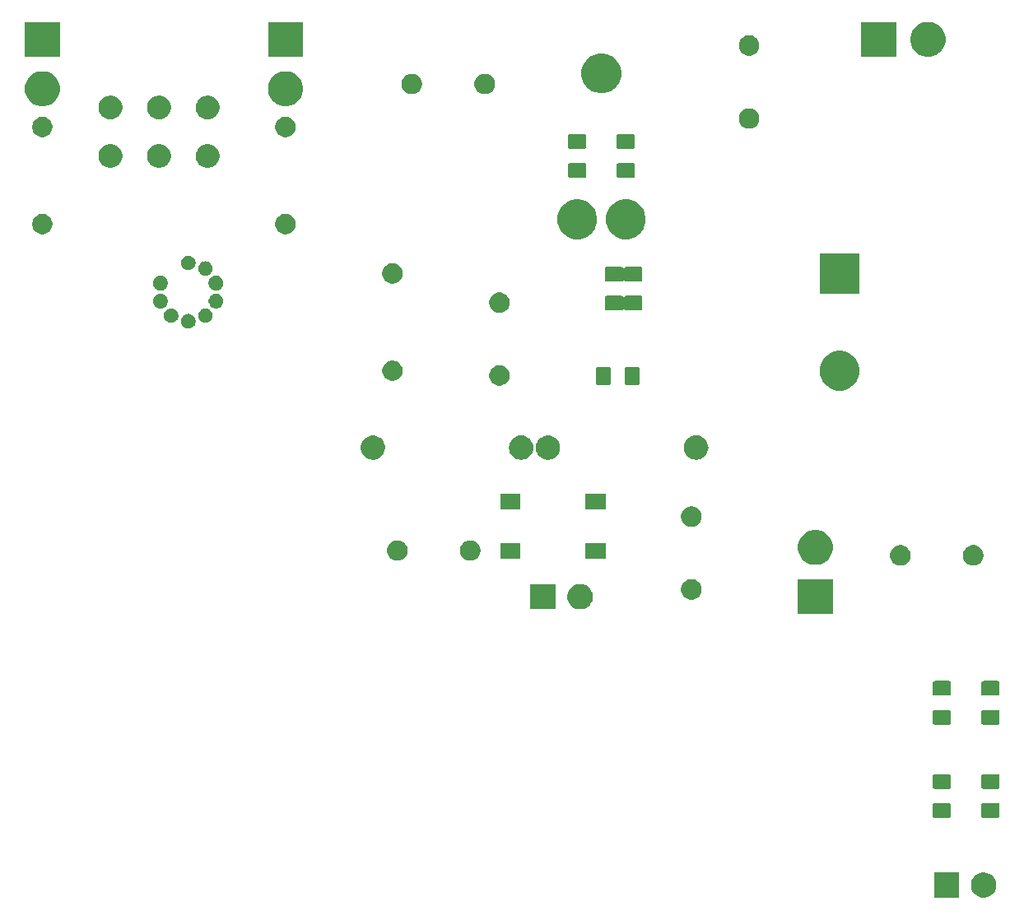
<source format=gbs>
G04 #@! TF.GenerationSoftware,KiCad,Pcbnew,5.0.2-bee76a0~70~ubuntu18.04.1*
G04 #@! TF.CreationDate,2020-01-07T12:16:07+05:00*
G04 #@! TF.ProjectId,headamp,68656164-616d-4702-9e6b-696361645f70,rev?*
G04 #@! TF.SameCoordinates,Original*
G04 #@! TF.FileFunction,Soldermask,Bot*
G04 #@! TF.FilePolarity,Negative*
%FSLAX46Y46*%
G04 Gerber Fmt 4.6, Leading zero omitted, Abs format (unit mm)*
G04 Created by KiCad (PCBNEW 5.0.2-bee76a0~70~ubuntu18.04.1) date Вт 07 янв 2020 12:16:07*
%MOMM*%
%LPD*%
G01*
G04 APERTURE LIST*
%ADD10C,0.100000*%
G04 APERTURE END LIST*
D10*
G36*
X-228810607Y150250696D02*
X-228573898Y150152648D01*
X-228360862Y150010302D01*
X-228179698Y149829138D01*
X-228037352Y149616102D01*
X-227939304Y149379393D01*
X-227889320Y149128107D01*
X-227889320Y148871893D01*
X-227939304Y148620607D01*
X-228037352Y148383898D01*
X-228179698Y148170862D01*
X-228360862Y147989698D01*
X-228573898Y147847352D01*
X-228810607Y147749304D01*
X-229061893Y147699320D01*
X-229318107Y147699320D01*
X-229569393Y147749304D01*
X-229806102Y147847352D01*
X-230019138Y147989698D01*
X-230200302Y148170862D01*
X-230342648Y148383898D01*
X-230440696Y148620607D01*
X-230490680Y148871893D01*
X-230490680Y149128107D01*
X-230440696Y149379393D01*
X-230342648Y149616102D01*
X-230200302Y149829138D01*
X-230019138Y150010302D01*
X-229806102Y150152648D01*
X-229569393Y150250696D01*
X-229318107Y150300680D01*
X-229061893Y150300680D01*
X-228810607Y150250696D01*
X-228810607Y150250696D01*
G37*
G36*
X-231699320Y147699320D02*
X-234300680Y147699320D01*
X-234300680Y150300680D01*
X-231699320Y150300680D01*
X-231699320Y147699320D01*
X-231699320Y147699320D01*
G37*
G36*
X-232711134Y157436029D02*
X-232676219Y157425437D01*
X-232644031Y157408232D01*
X-232615823Y157385083D01*
X-232592674Y157356875D01*
X-232575469Y157324687D01*
X-232564877Y157289772D01*
X-232560696Y157247315D01*
X-232560696Y156106105D01*
X-232564877Y156063648D01*
X-232575469Y156028733D01*
X-232592674Y155996545D01*
X-232615823Y155968337D01*
X-232644031Y155945188D01*
X-232676219Y155927983D01*
X-232711134Y155917391D01*
X-232753591Y155913210D01*
X-234219801Y155913210D01*
X-234262258Y155917391D01*
X-234297173Y155927983D01*
X-234329361Y155945188D01*
X-234357569Y155968337D01*
X-234380718Y155996545D01*
X-234397923Y156028733D01*
X-234408515Y156063648D01*
X-234412696Y156106105D01*
X-234412696Y157247315D01*
X-234408515Y157289772D01*
X-234397923Y157324687D01*
X-234380718Y157356875D01*
X-234357569Y157385083D01*
X-234329361Y157408232D01*
X-234297173Y157425437D01*
X-234262258Y157436029D01*
X-234219801Y157440210D01*
X-232753591Y157440210D01*
X-232711134Y157436029D01*
X-232711134Y157436029D01*
G37*
G36*
X-227711134Y157436029D02*
X-227676219Y157425437D01*
X-227644031Y157408232D01*
X-227615823Y157385083D01*
X-227592674Y157356875D01*
X-227575469Y157324687D01*
X-227564877Y157289772D01*
X-227560696Y157247315D01*
X-227560696Y156106105D01*
X-227564877Y156063648D01*
X-227575469Y156028733D01*
X-227592674Y155996545D01*
X-227615823Y155968337D01*
X-227644031Y155945188D01*
X-227676219Y155927983D01*
X-227711134Y155917391D01*
X-227753591Y155913210D01*
X-229219801Y155913210D01*
X-229262258Y155917391D01*
X-229297173Y155927983D01*
X-229329361Y155945188D01*
X-229357569Y155968337D01*
X-229380718Y155996545D01*
X-229397923Y156028733D01*
X-229408515Y156063648D01*
X-229412696Y156106105D01*
X-229412696Y157247315D01*
X-229408515Y157289772D01*
X-229397923Y157324687D01*
X-229380718Y157356875D01*
X-229357569Y157385083D01*
X-229329361Y157408232D01*
X-229297173Y157425437D01*
X-229262258Y157436029D01*
X-229219801Y157440210D01*
X-227753591Y157440210D01*
X-227711134Y157436029D01*
X-227711134Y157436029D01*
G37*
G36*
X-227711134Y160411029D02*
X-227676219Y160400437D01*
X-227644031Y160383232D01*
X-227615823Y160360083D01*
X-227592674Y160331875D01*
X-227575469Y160299687D01*
X-227564877Y160264772D01*
X-227560696Y160222315D01*
X-227560696Y159081105D01*
X-227564877Y159038648D01*
X-227575469Y159003733D01*
X-227592674Y158971545D01*
X-227615823Y158943337D01*
X-227644031Y158920188D01*
X-227676219Y158902983D01*
X-227711134Y158892391D01*
X-227753591Y158888210D01*
X-229219801Y158888210D01*
X-229262258Y158892391D01*
X-229297173Y158902983D01*
X-229329361Y158920188D01*
X-229357569Y158943337D01*
X-229380718Y158971545D01*
X-229397923Y159003733D01*
X-229408515Y159038648D01*
X-229412696Y159081105D01*
X-229412696Y160222315D01*
X-229408515Y160264772D01*
X-229397923Y160299687D01*
X-229380718Y160331875D01*
X-229357569Y160360083D01*
X-229329361Y160383232D01*
X-229297173Y160400437D01*
X-229262258Y160411029D01*
X-229219801Y160415210D01*
X-227753591Y160415210D01*
X-227711134Y160411029D01*
X-227711134Y160411029D01*
G37*
G36*
X-232711134Y160411029D02*
X-232676219Y160400437D01*
X-232644031Y160383232D01*
X-232615823Y160360083D01*
X-232592674Y160331875D01*
X-232575469Y160299687D01*
X-232564877Y160264772D01*
X-232560696Y160222315D01*
X-232560696Y159081105D01*
X-232564877Y159038648D01*
X-232575469Y159003733D01*
X-232592674Y158971545D01*
X-232615823Y158943337D01*
X-232644031Y158920188D01*
X-232676219Y158902983D01*
X-232711134Y158892391D01*
X-232753591Y158888210D01*
X-234219801Y158888210D01*
X-234262258Y158892391D01*
X-234297173Y158902983D01*
X-234329361Y158920188D01*
X-234357569Y158943337D01*
X-234380718Y158971545D01*
X-234397923Y159003733D01*
X-234408515Y159038648D01*
X-234412696Y159081105D01*
X-234412696Y160222315D01*
X-234408515Y160264772D01*
X-234397923Y160299687D01*
X-234380718Y160331875D01*
X-234357569Y160360083D01*
X-234329361Y160383232D01*
X-234297173Y160400437D01*
X-234262258Y160411029D01*
X-234219801Y160415210D01*
X-232753591Y160415210D01*
X-232711134Y160411029D01*
X-232711134Y160411029D01*
G37*
G36*
X-227711134Y167013529D02*
X-227676219Y167002937D01*
X-227644031Y166985732D01*
X-227615823Y166962583D01*
X-227592674Y166934375D01*
X-227575469Y166902187D01*
X-227564877Y166867272D01*
X-227560696Y166824815D01*
X-227560696Y165683605D01*
X-227564877Y165641148D01*
X-227575469Y165606233D01*
X-227592674Y165574045D01*
X-227615823Y165545837D01*
X-227644031Y165522688D01*
X-227676219Y165505483D01*
X-227711134Y165494891D01*
X-227753591Y165490710D01*
X-229219801Y165490710D01*
X-229262258Y165494891D01*
X-229297173Y165505483D01*
X-229329361Y165522688D01*
X-229357569Y165545837D01*
X-229380718Y165574045D01*
X-229397923Y165606233D01*
X-229408515Y165641148D01*
X-229412696Y165683605D01*
X-229412696Y166824815D01*
X-229408515Y166867272D01*
X-229397923Y166902187D01*
X-229380718Y166934375D01*
X-229357569Y166962583D01*
X-229329361Y166985732D01*
X-229297173Y167002937D01*
X-229262258Y167013529D01*
X-229219801Y167017710D01*
X-227753591Y167017710D01*
X-227711134Y167013529D01*
X-227711134Y167013529D01*
G37*
G36*
X-232711134Y167013529D02*
X-232676219Y167002937D01*
X-232644031Y166985732D01*
X-232615823Y166962583D01*
X-232592674Y166934375D01*
X-232575469Y166902187D01*
X-232564877Y166867272D01*
X-232560696Y166824815D01*
X-232560696Y165683605D01*
X-232564877Y165641148D01*
X-232575469Y165606233D01*
X-232592674Y165574045D01*
X-232615823Y165545837D01*
X-232644031Y165522688D01*
X-232676219Y165505483D01*
X-232711134Y165494891D01*
X-232753591Y165490710D01*
X-234219801Y165490710D01*
X-234262258Y165494891D01*
X-234297173Y165505483D01*
X-234329361Y165522688D01*
X-234357569Y165545837D01*
X-234380718Y165574045D01*
X-234397923Y165606233D01*
X-234408515Y165641148D01*
X-234412696Y165683605D01*
X-234412696Y166824815D01*
X-234408515Y166867272D01*
X-234397923Y166902187D01*
X-234380718Y166934375D01*
X-234357569Y166962583D01*
X-234329361Y166985732D01*
X-234297173Y167002937D01*
X-234262258Y167013529D01*
X-234219801Y167017710D01*
X-232753591Y167017710D01*
X-232711134Y167013529D01*
X-232711134Y167013529D01*
G37*
G36*
X-227711134Y169988529D02*
X-227676219Y169977937D01*
X-227644031Y169960732D01*
X-227615823Y169937583D01*
X-227592674Y169909375D01*
X-227575469Y169877187D01*
X-227564877Y169842272D01*
X-227560696Y169799815D01*
X-227560696Y168658605D01*
X-227564877Y168616148D01*
X-227575469Y168581233D01*
X-227592674Y168549045D01*
X-227615823Y168520837D01*
X-227644031Y168497688D01*
X-227676219Y168480483D01*
X-227711134Y168469891D01*
X-227753591Y168465710D01*
X-229219801Y168465710D01*
X-229262258Y168469891D01*
X-229297173Y168480483D01*
X-229329361Y168497688D01*
X-229357569Y168520837D01*
X-229380718Y168549045D01*
X-229397923Y168581233D01*
X-229408515Y168616148D01*
X-229412696Y168658605D01*
X-229412696Y169799815D01*
X-229408515Y169842272D01*
X-229397923Y169877187D01*
X-229380718Y169909375D01*
X-229357569Y169937583D01*
X-229329361Y169960732D01*
X-229297173Y169977937D01*
X-229262258Y169988529D01*
X-229219801Y169992710D01*
X-227753591Y169992710D01*
X-227711134Y169988529D01*
X-227711134Y169988529D01*
G37*
G36*
X-232711134Y169988529D02*
X-232676219Y169977937D01*
X-232644031Y169960732D01*
X-232615823Y169937583D01*
X-232592674Y169909375D01*
X-232575469Y169877187D01*
X-232564877Y169842272D01*
X-232560696Y169799815D01*
X-232560696Y168658605D01*
X-232564877Y168616148D01*
X-232575469Y168581233D01*
X-232592674Y168549045D01*
X-232615823Y168520837D01*
X-232644031Y168497688D01*
X-232676219Y168480483D01*
X-232711134Y168469891D01*
X-232753591Y168465710D01*
X-234219801Y168465710D01*
X-234262258Y168469891D01*
X-234297173Y168480483D01*
X-234329361Y168497688D01*
X-234357569Y168520837D01*
X-234380718Y168549045D01*
X-234397923Y168581233D01*
X-234408515Y168616148D01*
X-234412696Y168658605D01*
X-234412696Y169799815D01*
X-234408515Y169842272D01*
X-234397923Y169877187D01*
X-234380718Y169909375D01*
X-234357569Y169937583D01*
X-234329361Y169960732D01*
X-234297173Y169977937D01*
X-234262258Y169988529D01*
X-234219801Y169992710D01*
X-232753591Y169992710D01*
X-232711134Y169988529D01*
X-232711134Y169988529D01*
G37*
G36*
X-244698940Y176858940D02*
X-248301060Y176858940D01*
X-248301060Y180461060D01*
X-244698940Y180461060D01*
X-244698940Y176858940D01*
X-244698940Y176858940D01*
G37*
G36*
X-273199320Y177359320D02*
X-275800680Y177359320D01*
X-275800680Y179960680D01*
X-273199320Y179960680D01*
X-273199320Y177359320D01*
X-273199320Y177359320D01*
G37*
G36*
X-270310607Y179910696D02*
X-270073898Y179812648D01*
X-269860862Y179670302D01*
X-269679698Y179489138D01*
X-269537352Y179276102D01*
X-269439304Y179039393D01*
X-269389320Y178788107D01*
X-269389320Y178531893D01*
X-269439304Y178280607D01*
X-269537352Y178043898D01*
X-269679698Y177830862D01*
X-269860862Y177649698D01*
X-270073898Y177507352D01*
X-270310607Y177409304D01*
X-270561893Y177359320D01*
X-270818107Y177359320D01*
X-271069393Y177409304D01*
X-271306102Y177507352D01*
X-271519138Y177649698D01*
X-271700302Y177830862D01*
X-271842648Y178043898D01*
X-271940696Y178280607D01*
X-271990680Y178531893D01*
X-271990680Y178788107D01*
X-271940696Y179039393D01*
X-271842648Y179276102D01*
X-271700302Y179489138D01*
X-271519138Y179670302D01*
X-271306102Y179812648D01*
X-271069393Y179910696D01*
X-270818107Y179960680D01*
X-270561893Y179960680D01*
X-270310607Y179910696D01*
X-270310607Y179910696D01*
G37*
G36*
X-258943435Y180420611D02*
X-258752166Y180341385D01*
X-258580024Y180226363D01*
X-258433637Y180079976D01*
X-258318615Y179907834D01*
X-258239389Y179716565D01*
X-258199000Y179513516D01*
X-258199000Y179306484D01*
X-258239389Y179103435D01*
X-258318615Y178912166D01*
X-258433637Y178740024D01*
X-258580024Y178593637D01*
X-258752166Y178478615D01*
X-258943435Y178399389D01*
X-259146484Y178359000D01*
X-259353516Y178359000D01*
X-259556565Y178399389D01*
X-259747834Y178478615D01*
X-259919976Y178593637D01*
X-260066363Y178740024D01*
X-260181385Y178912166D01*
X-260260611Y179103435D01*
X-260301000Y179306484D01*
X-260301000Y179513516D01*
X-260260611Y179716565D01*
X-260181385Y179907834D01*
X-260066363Y180079976D01*
X-259919976Y180226363D01*
X-259747834Y180341385D01*
X-259556565Y180420611D01*
X-259353516Y180461000D01*
X-259146484Y180461000D01*
X-258943435Y180420611D01*
X-258943435Y180420611D01*
G37*
G36*
X-229943435Y183920611D02*
X-229752166Y183841385D01*
X-229580024Y183726363D01*
X-229433637Y183579976D01*
X-229318615Y183407834D01*
X-229239389Y183216565D01*
X-229199000Y183013516D01*
X-229199000Y182806484D01*
X-229239389Y182603435D01*
X-229318615Y182412166D01*
X-229433637Y182240024D01*
X-229580024Y182093637D01*
X-229752166Y181978615D01*
X-229943435Y181899389D01*
X-230146484Y181859000D01*
X-230353516Y181859000D01*
X-230556565Y181899389D01*
X-230747834Y181978615D01*
X-230919976Y182093637D01*
X-231066363Y182240024D01*
X-231181385Y182412166D01*
X-231260611Y182603435D01*
X-231301000Y182806484D01*
X-231301000Y183013516D01*
X-231260611Y183216565D01*
X-231181385Y183407834D01*
X-231066363Y183579976D01*
X-230919976Y183726363D01*
X-230747834Y183841385D01*
X-230556565Y183920611D01*
X-230353516Y183961000D01*
X-230146484Y183961000D01*
X-229943435Y183920611D01*
X-229943435Y183920611D01*
G37*
G36*
X-237443435Y183920611D02*
X-237252166Y183841385D01*
X-237080024Y183726363D01*
X-236933637Y183579976D01*
X-236818615Y183407834D01*
X-236739389Y183216565D01*
X-236699000Y183013516D01*
X-236699000Y182806484D01*
X-236739389Y182603435D01*
X-236818615Y182412166D01*
X-236933637Y182240024D01*
X-237080024Y182093637D01*
X-237252166Y181978615D01*
X-237443435Y181899389D01*
X-237646484Y181859000D01*
X-237853516Y181859000D01*
X-238056565Y181899389D01*
X-238247834Y181978615D01*
X-238419976Y182093637D01*
X-238566363Y182240024D01*
X-238681385Y182412166D01*
X-238760611Y182603435D01*
X-238801000Y182806484D01*
X-238801000Y183013516D01*
X-238760611Y183216565D01*
X-238681385Y183407834D01*
X-238566363Y183579976D01*
X-238419976Y183726363D01*
X-238247834Y183841385D01*
X-238056565Y183920611D01*
X-237853516Y183961000D01*
X-237646484Y183961000D01*
X-237443435Y183920611D01*
X-237443435Y183920611D01*
G37*
G36*
X-246273095Y185531211D02*
X-245974650Y185471847D01*
X-245646878Y185336079D01*
X-245351891Y185138975D01*
X-245101025Y184888109D01*
X-244903921Y184593122D01*
X-244768153Y184265350D01*
X-244698940Y183917389D01*
X-244698940Y183562611D01*
X-244768153Y183214650D01*
X-244903921Y182886878D01*
X-245101025Y182591891D01*
X-245351891Y182341025D01*
X-245646878Y182143921D01*
X-245974650Y182008153D01*
X-246273095Y181948789D01*
X-246322610Y181938940D01*
X-246677390Y181938940D01*
X-246726905Y181948789D01*
X-247025350Y182008153D01*
X-247353122Y182143921D01*
X-247648109Y182341025D01*
X-247898975Y182591891D01*
X-248096079Y182886878D01*
X-248231847Y183214650D01*
X-248301060Y183562611D01*
X-248301060Y183917389D01*
X-248231847Y184265350D01*
X-248096079Y184593122D01*
X-247898975Y184888109D01*
X-247648109Y185138975D01*
X-247353122Y185336079D01*
X-247025350Y185471847D01*
X-246726905Y185531211D01*
X-246677390Y185541060D01*
X-246322610Y185541060D01*
X-246273095Y185531211D01*
X-246273095Y185531211D01*
G37*
G36*
X-281693435Y184420611D02*
X-281502166Y184341385D01*
X-281330024Y184226363D01*
X-281183637Y184079976D01*
X-281068615Y183907834D01*
X-280989389Y183716565D01*
X-280949000Y183513516D01*
X-280949000Y183306484D01*
X-280989389Y183103435D01*
X-281068615Y182912166D01*
X-281183637Y182740024D01*
X-281330024Y182593637D01*
X-281502166Y182478615D01*
X-281693435Y182399389D01*
X-281896484Y182359000D01*
X-282103516Y182359000D01*
X-282306565Y182399389D01*
X-282497834Y182478615D01*
X-282669976Y182593637D01*
X-282816363Y182740024D01*
X-282931385Y182912166D01*
X-283010611Y183103435D01*
X-283051000Y183306484D01*
X-283051000Y183513516D01*
X-283010611Y183716565D01*
X-282931385Y183907834D01*
X-282816363Y184079976D01*
X-282669976Y184226363D01*
X-282497834Y184341385D01*
X-282306565Y184420611D01*
X-282103516Y184461000D01*
X-281896484Y184461000D01*
X-281693435Y184420611D01*
X-281693435Y184420611D01*
G37*
G36*
X-289193435Y184420611D02*
X-289002166Y184341385D01*
X-288830024Y184226363D01*
X-288683637Y184079976D01*
X-288568615Y183907834D01*
X-288489389Y183716565D01*
X-288449000Y183513516D01*
X-288449000Y183306484D01*
X-288489389Y183103435D01*
X-288568615Y182912166D01*
X-288683637Y182740024D01*
X-288830024Y182593637D01*
X-289002166Y182478615D01*
X-289193435Y182399389D01*
X-289396484Y182359000D01*
X-289603516Y182359000D01*
X-289806565Y182399389D01*
X-289997834Y182478615D01*
X-290169976Y182593637D01*
X-290316363Y182740024D01*
X-290431385Y182912166D01*
X-290510611Y183103435D01*
X-290551000Y183306484D01*
X-290551000Y183513516D01*
X-290510611Y183716565D01*
X-290431385Y183907834D01*
X-290316363Y184079976D01*
X-290169976Y184226363D01*
X-289997834Y184341385D01*
X-289806565Y184420611D01*
X-289603516Y184461000D01*
X-289396484Y184461000D01*
X-289193435Y184420611D01*
X-289193435Y184420611D01*
G37*
G36*
X-276819000Y182559000D02*
X-278921000Y182559000D01*
X-278921000Y184161000D01*
X-276819000Y184161000D01*
X-276819000Y182559000D01*
X-276819000Y182559000D01*
G37*
G36*
X-268079000Y182559000D02*
X-270181000Y182559000D01*
X-270181000Y184161000D01*
X-268079000Y184161000D01*
X-268079000Y182559000D01*
X-268079000Y182559000D01*
G37*
G36*
X-258943435Y187920611D02*
X-258752166Y187841385D01*
X-258580024Y187726363D01*
X-258433637Y187579976D01*
X-258318615Y187407834D01*
X-258239389Y187216565D01*
X-258199000Y187013516D01*
X-258199000Y186806484D01*
X-258239389Y186603435D01*
X-258318615Y186412166D01*
X-258433637Y186240024D01*
X-258580024Y186093637D01*
X-258752166Y185978615D01*
X-258943435Y185899389D01*
X-259146484Y185859000D01*
X-259353516Y185859000D01*
X-259556565Y185899389D01*
X-259747834Y185978615D01*
X-259919976Y186093637D01*
X-260066363Y186240024D01*
X-260181385Y186412166D01*
X-260260611Y186603435D01*
X-260301000Y186806484D01*
X-260301000Y187013516D01*
X-260260611Y187216565D01*
X-260181385Y187407834D01*
X-260066363Y187579976D01*
X-259919976Y187726363D01*
X-259747834Y187841385D01*
X-259556565Y187920611D01*
X-259353516Y187961000D01*
X-259146484Y187961000D01*
X-258943435Y187920611D01*
X-258943435Y187920611D01*
G37*
G36*
X-276819000Y187659000D02*
X-278921000Y187659000D01*
X-278921000Y189261000D01*
X-276819000Y189261000D01*
X-276819000Y187659000D01*
X-276819000Y187659000D01*
G37*
G36*
X-268079000Y187659000D02*
X-270181000Y187659000D01*
X-270181000Y189261000D01*
X-268079000Y189261000D01*
X-268079000Y187659000D01*
X-268079000Y187659000D01*
G37*
G36*
X-258514761Y195232899D02*
X-258278947Y195161366D01*
X-258061619Y195045201D01*
X-257871129Y194888871D01*
X-257714799Y194698381D01*
X-257598634Y194481053D01*
X-257527101Y194245239D01*
X-257502947Y194000000D01*
X-257527101Y193754761D01*
X-257598634Y193518947D01*
X-257714799Y193301619D01*
X-257871129Y193111129D01*
X-258061619Y192954799D01*
X-258278947Y192838634D01*
X-258514761Y192767101D01*
X-258698543Y192749000D01*
X-258821457Y192749000D01*
X-259005239Y192767101D01*
X-259241053Y192838634D01*
X-259458381Y192954799D01*
X-259648871Y193111129D01*
X-259805201Y193301619D01*
X-259921366Y193518947D01*
X-259992899Y193754761D01*
X-260017053Y194000000D01*
X-259992899Y194245239D01*
X-259921366Y194481053D01*
X-259805201Y194698381D01*
X-259648871Y194888871D01*
X-259458381Y195045201D01*
X-259241053Y195161366D01*
X-259005239Y195232899D01*
X-258821457Y195251000D01*
X-258698543Y195251000D01*
X-258514761Y195232899D01*
X-258514761Y195232899D01*
G37*
G36*
X-273816365Y195238981D02*
X-273635097Y195202925D01*
X-273407429Y195108622D01*
X-273312512Y195045200D01*
X-273202531Y194971713D01*
X-273028287Y194797469D01*
X-273028285Y194797466D01*
X-272891378Y194592571D01*
X-272797075Y194364903D01*
X-272749000Y194123213D01*
X-272749000Y193876787D01*
X-272797075Y193635097D01*
X-272891378Y193407429D01*
X-272962079Y193301618D01*
X-273028287Y193202531D01*
X-273202531Y193028287D01*
X-273202534Y193028285D01*
X-273407429Y192891378D01*
X-273635097Y192797075D01*
X-273785787Y192767101D01*
X-273876786Y192749000D01*
X-274123214Y192749000D01*
X-274214213Y192767101D01*
X-274364903Y192797075D01*
X-274592571Y192891378D01*
X-274797466Y193028285D01*
X-274797469Y193028287D01*
X-274971713Y193202531D01*
X-275037921Y193301618D01*
X-275108622Y193407429D01*
X-275202925Y193635097D01*
X-275251000Y193876787D01*
X-275251000Y194123213D01*
X-275202925Y194364903D01*
X-275108622Y194592571D01*
X-274971715Y194797466D01*
X-274971713Y194797469D01*
X-274797469Y194971713D01*
X-274687488Y195045200D01*
X-274592571Y195108622D01*
X-274364903Y195202925D01*
X-274183635Y195238981D01*
X-274123214Y195251000D01*
X-273876786Y195251000D01*
X-273816365Y195238981D01*
X-273816365Y195238981D01*
G37*
G36*
X-291816365Y195238981D02*
X-291635097Y195202925D01*
X-291407429Y195108622D01*
X-291312512Y195045200D01*
X-291202531Y194971713D01*
X-291028287Y194797469D01*
X-291028285Y194797466D01*
X-290891378Y194592571D01*
X-290797075Y194364903D01*
X-290749000Y194123213D01*
X-290749000Y193876787D01*
X-290797075Y193635097D01*
X-290891378Y193407429D01*
X-290962079Y193301618D01*
X-291028287Y193202531D01*
X-291202531Y193028287D01*
X-291202534Y193028285D01*
X-291407429Y192891378D01*
X-291635097Y192797075D01*
X-291785787Y192767101D01*
X-291876786Y192749000D01*
X-292123214Y192749000D01*
X-292214213Y192767101D01*
X-292364903Y192797075D01*
X-292592571Y192891378D01*
X-292797466Y193028285D01*
X-292797469Y193028287D01*
X-292971713Y193202531D01*
X-293037921Y193301618D01*
X-293108622Y193407429D01*
X-293202925Y193635097D01*
X-293251000Y193876787D01*
X-293251000Y194123213D01*
X-293202925Y194364903D01*
X-293108622Y194592571D01*
X-292971715Y194797466D01*
X-292971713Y194797469D01*
X-292797469Y194971713D01*
X-292687488Y195045200D01*
X-292592571Y195108622D01*
X-292364903Y195202925D01*
X-292183635Y195238981D01*
X-292123214Y195251000D01*
X-291876786Y195251000D01*
X-291816365Y195238981D01*
X-291816365Y195238981D01*
G37*
G36*
X-276514761Y195232899D02*
X-276278947Y195161366D01*
X-276061619Y195045201D01*
X-275871129Y194888871D01*
X-275714799Y194698381D01*
X-275598634Y194481053D01*
X-275527101Y194245239D01*
X-275502947Y194000000D01*
X-275527101Y193754761D01*
X-275598634Y193518947D01*
X-275714799Y193301619D01*
X-275871129Y193111129D01*
X-276061619Y192954799D01*
X-276278947Y192838634D01*
X-276514761Y192767101D01*
X-276698543Y192749000D01*
X-276821457Y192749000D01*
X-277005239Y192767101D01*
X-277241053Y192838634D01*
X-277458381Y192954799D01*
X-277648871Y193111129D01*
X-277805201Y193301619D01*
X-277921366Y193518947D01*
X-277992899Y193754761D01*
X-278017053Y194000000D01*
X-277992899Y194245239D01*
X-277921366Y194481053D01*
X-277805201Y194698381D01*
X-277648871Y194888871D01*
X-277458381Y195045201D01*
X-277241053Y195161366D01*
X-277005239Y195232899D01*
X-276821457Y195251000D01*
X-276698543Y195251000D01*
X-276514761Y195232899D01*
X-276514761Y195232899D01*
G37*
G36*
X-243401748Y203882182D02*
X-243401746Y203882181D01*
X-243401745Y203882181D01*
X-243028487Y203727573D01*
X-243028486Y203727572D01*
X-242692561Y203503114D01*
X-242406886Y203217439D01*
X-242406884Y203217436D01*
X-242182427Y202881513D01*
X-242027819Y202508255D01*
X-242027818Y202508252D01*
X-241949000Y202112007D01*
X-241949000Y201707993D01*
X-241987684Y201513514D01*
X-242027819Y201311745D01*
X-242182427Y200938487D01*
X-242235539Y200859000D01*
X-242406886Y200602561D01*
X-242692561Y200316886D01*
X-242692564Y200316884D01*
X-243028487Y200092427D01*
X-243401745Y199937819D01*
X-243401746Y199937819D01*
X-243401748Y199937818D01*
X-243797993Y199859000D01*
X-244202007Y199859000D01*
X-244598252Y199937818D01*
X-244598254Y199937819D01*
X-244598255Y199937819D01*
X-244971513Y200092427D01*
X-245307436Y200316884D01*
X-245307439Y200316886D01*
X-245593114Y200602561D01*
X-245764461Y200859000D01*
X-245817573Y200938487D01*
X-245972181Y201311745D01*
X-246012315Y201513514D01*
X-246051000Y201707993D01*
X-246051000Y202112007D01*
X-245972182Y202508252D01*
X-245972181Y202508255D01*
X-245817573Y202881513D01*
X-245593116Y203217436D01*
X-245593114Y203217439D01*
X-245307439Y203503114D01*
X-244971514Y203727572D01*
X-244971513Y203727573D01*
X-244598255Y203882181D01*
X-244598254Y203882181D01*
X-244598252Y203882182D01*
X-244202007Y203961000D01*
X-243797993Y203961000D01*
X-243401748Y203882182D01*
X-243401748Y203882182D01*
G37*
G36*
X-278693435Y202420611D02*
X-278502166Y202341385D01*
X-278330024Y202226363D01*
X-278183637Y202079976D01*
X-278068615Y201907834D01*
X-277989389Y201716565D01*
X-277949000Y201513516D01*
X-277949000Y201306484D01*
X-277989389Y201103435D01*
X-278068615Y200912166D01*
X-278183637Y200740024D01*
X-278330024Y200593637D01*
X-278502166Y200478615D01*
X-278693435Y200399389D01*
X-278896484Y200359000D01*
X-279103516Y200359000D01*
X-279306565Y200399389D01*
X-279497834Y200478615D01*
X-279669976Y200593637D01*
X-279816363Y200740024D01*
X-279931385Y200912166D01*
X-280010611Y201103435D01*
X-280051000Y201306484D01*
X-280051000Y201513516D01*
X-280010611Y201716565D01*
X-279931385Y201907834D01*
X-279816363Y202079976D01*
X-279669976Y202226363D01*
X-279497834Y202341385D01*
X-279306565Y202420611D01*
X-279103516Y202461000D01*
X-278896484Y202461000D01*
X-278693435Y202420611D01*
X-278693435Y202420611D01*
G37*
G36*
X-267694438Y202291819D02*
X-267659523Y202281227D01*
X-267627335Y202264022D01*
X-267599127Y202240873D01*
X-267575978Y202212665D01*
X-267558773Y202180477D01*
X-267548181Y202145562D01*
X-267544000Y202103105D01*
X-267544000Y200636895D01*
X-267548181Y200594438D01*
X-267558773Y200559523D01*
X-267575978Y200527335D01*
X-267599127Y200499127D01*
X-267627335Y200475978D01*
X-267659523Y200458773D01*
X-267694438Y200448181D01*
X-267736895Y200444000D01*
X-268878105Y200444000D01*
X-268920562Y200448181D01*
X-268955477Y200458773D01*
X-268987665Y200475978D01*
X-269015873Y200499127D01*
X-269039022Y200527335D01*
X-269056227Y200559523D01*
X-269066819Y200594438D01*
X-269071000Y200636895D01*
X-269071000Y202103105D01*
X-269066819Y202145562D01*
X-269056227Y202180477D01*
X-269039022Y202212665D01*
X-269015873Y202240873D01*
X-268987665Y202264022D01*
X-268955477Y202281227D01*
X-268920562Y202291819D01*
X-268878105Y202296000D01*
X-267736895Y202296000D01*
X-267694438Y202291819D01*
X-267694438Y202291819D01*
G37*
G36*
X-264719438Y202291819D02*
X-264684523Y202281227D01*
X-264652335Y202264022D01*
X-264624127Y202240873D01*
X-264600978Y202212665D01*
X-264583773Y202180477D01*
X-264573181Y202145562D01*
X-264569000Y202103105D01*
X-264569000Y200636895D01*
X-264573181Y200594438D01*
X-264583773Y200559523D01*
X-264600978Y200527335D01*
X-264624127Y200499127D01*
X-264652335Y200475978D01*
X-264684523Y200458773D01*
X-264719438Y200448181D01*
X-264761895Y200444000D01*
X-265903105Y200444000D01*
X-265945562Y200448181D01*
X-265980477Y200458773D01*
X-266012665Y200475978D01*
X-266040873Y200499127D01*
X-266064022Y200527335D01*
X-266081227Y200559523D01*
X-266091819Y200594438D01*
X-266096000Y200636895D01*
X-266096000Y202103105D01*
X-266091819Y202145562D01*
X-266081227Y202180477D01*
X-266064022Y202212665D01*
X-266040873Y202240873D01*
X-266012665Y202264022D01*
X-265980477Y202281227D01*
X-265945562Y202291819D01*
X-265903105Y202296000D01*
X-264761895Y202296000D01*
X-264719438Y202291819D01*
X-264719438Y202291819D01*
G37*
G36*
X-289693435Y202920611D02*
X-289502166Y202841385D01*
X-289330024Y202726363D01*
X-289183637Y202579976D01*
X-289068615Y202407834D01*
X-288989389Y202216565D01*
X-288949000Y202013516D01*
X-288949000Y201806484D01*
X-288989389Y201603435D01*
X-289068615Y201412166D01*
X-289183637Y201240024D01*
X-289330024Y201093637D01*
X-289502166Y200978615D01*
X-289693435Y200899389D01*
X-289896484Y200859000D01*
X-290103516Y200859000D01*
X-290306565Y200899389D01*
X-290497834Y200978615D01*
X-290669976Y201093637D01*
X-290816363Y201240024D01*
X-290931385Y201412166D01*
X-291010611Y201603435D01*
X-291051000Y201806484D01*
X-291051000Y202013516D01*
X-291010611Y202216565D01*
X-290931385Y202407834D01*
X-290816363Y202579976D01*
X-290669976Y202726363D01*
X-290497834Y202841385D01*
X-290306565Y202920611D01*
X-290103516Y202961000D01*
X-289896484Y202961000D01*
X-289693435Y202920611D01*
X-289693435Y202920611D01*
G37*
G36*
X-310867996Y207739456D02*
X-310780941Y207722140D01*
X-310644268Y207665528D01*
X-310522921Y207584446D01*
X-310521262Y207583338D01*
X-310416662Y207478738D01*
X-310416660Y207478735D01*
X-310334472Y207355732D01*
X-310277860Y207219059D01*
X-310260544Y207132004D01*
X-310253026Y207094211D01*
X-310249000Y207073967D01*
X-310249000Y206926033D01*
X-310277860Y206780941D01*
X-310334472Y206644268D01*
X-310334473Y206644267D01*
X-310416662Y206521262D01*
X-310521262Y206416662D01*
X-310521265Y206416660D01*
X-310644268Y206334472D01*
X-310780941Y206277860D01*
X-310867996Y206260544D01*
X-310926031Y206249000D01*
X-311073969Y206249000D01*
X-311132004Y206260544D01*
X-311219059Y206277860D01*
X-311355732Y206334472D01*
X-311478735Y206416660D01*
X-311478738Y206416662D01*
X-311583338Y206521262D01*
X-311665527Y206644267D01*
X-311665528Y206644268D01*
X-311722140Y206780941D01*
X-311751000Y206926033D01*
X-311751000Y207073967D01*
X-311746973Y207094211D01*
X-311739456Y207132004D01*
X-311722140Y207219059D01*
X-311665528Y207355732D01*
X-311583340Y207478735D01*
X-311583338Y207478738D01*
X-311478738Y207583338D01*
X-311477079Y207584446D01*
X-311355732Y207665528D01*
X-311219059Y207722140D01*
X-311132004Y207739456D01*
X-311073969Y207751000D01*
X-310926031Y207751000D01*
X-310867996Y207739456D01*
X-310867996Y207739456D01*
G37*
G36*
X-309117118Y208314887D02*
X-309017585Y208295089D01*
X-308880912Y208238477D01*
X-308797273Y208182591D01*
X-308757906Y208156287D01*
X-308653306Y208051687D01*
X-308653304Y208051684D01*
X-308571116Y207928681D01*
X-308514504Y207792008D01*
X-308506347Y207751000D01*
X-308485644Y207646918D01*
X-308485644Y207498980D01*
X-308489671Y207478735D01*
X-308514504Y207353890D01*
X-308571116Y207217217D01*
X-308571117Y207217216D01*
X-308653306Y207094211D01*
X-308757906Y206989611D01*
X-308757909Y206989609D01*
X-308880912Y206907421D01*
X-309017585Y206850809D01*
X-309104640Y206833493D01*
X-309162675Y206821949D01*
X-309310613Y206821949D01*
X-309368648Y206833493D01*
X-309455703Y206850809D01*
X-309592376Y206907421D01*
X-309715379Y206989609D01*
X-309715382Y206989611D01*
X-309819982Y207094211D01*
X-309902171Y207217216D01*
X-309902172Y207217217D01*
X-309958784Y207353890D01*
X-309983617Y207478735D01*
X-309987644Y207498980D01*
X-309987644Y207646918D01*
X-309966941Y207751000D01*
X-309958784Y207792008D01*
X-309902172Y207928681D01*
X-309819984Y208051684D01*
X-309819982Y208051687D01*
X-309715382Y208156287D01*
X-309676015Y208182591D01*
X-309592376Y208238477D01*
X-309455703Y208295089D01*
X-309356170Y208314887D01*
X-309310613Y208323949D01*
X-309162675Y208323949D01*
X-309117118Y208314887D01*
X-309117118Y208314887D01*
G37*
G36*
X-312643830Y208314887D02*
X-312544297Y208295089D01*
X-312407624Y208238477D01*
X-312323985Y208182591D01*
X-312284618Y208156287D01*
X-312180018Y208051687D01*
X-312180016Y208051684D01*
X-312097828Y207928681D01*
X-312041216Y207792008D01*
X-312033059Y207751000D01*
X-312012356Y207646918D01*
X-312012356Y207498980D01*
X-312016383Y207478735D01*
X-312041216Y207353890D01*
X-312097828Y207217217D01*
X-312097829Y207217216D01*
X-312180018Y207094211D01*
X-312284618Y206989611D01*
X-312284621Y206989609D01*
X-312407624Y206907421D01*
X-312544297Y206850809D01*
X-312631352Y206833493D01*
X-312689387Y206821949D01*
X-312837325Y206821949D01*
X-312895360Y206833493D01*
X-312982415Y206850809D01*
X-313119088Y206907421D01*
X-313242091Y206989609D01*
X-313242094Y206989611D01*
X-313346694Y207094211D01*
X-313428883Y207217216D01*
X-313428884Y207217217D01*
X-313485496Y207353890D01*
X-313510329Y207478735D01*
X-313514356Y207498980D01*
X-313514356Y207646918D01*
X-313493653Y207751000D01*
X-313485496Y207792008D01*
X-313428884Y207928681D01*
X-313346696Y208051684D01*
X-313346694Y208051687D01*
X-313242094Y208156287D01*
X-313202727Y208182591D01*
X-313119088Y208238477D01*
X-312982415Y208295089D01*
X-312882882Y208314887D01*
X-312837325Y208323949D01*
X-312689387Y208323949D01*
X-312643830Y208314887D01*
X-312643830Y208314887D01*
G37*
G36*
X-278693435Y209920611D02*
X-278502166Y209841385D01*
X-278330024Y209726363D01*
X-278183637Y209579976D01*
X-278068615Y209407834D01*
X-277989389Y209216565D01*
X-277949000Y209013516D01*
X-277949000Y208806484D01*
X-277989389Y208603435D01*
X-278068615Y208412166D01*
X-278183637Y208240024D01*
X-278330024Y208093637D01*
X-278502166Y207978615D01*
X-278693435Y207899389D01*
X-278896484Y207859000D01*
X-279103516Y207859000D01*
X-279306565Y207899389D01*
X-279497834Y207978615D01*
X-279669976Y208093637D01*
X-279816363Y208240024D01*
X-279931385Y208412166D01*
X-280010611Y208603435D01*
X-280051000Y208806484D01*
X-280051000Y209013516D01*
X-280010611Y209216565D01*
X-279931385Y209407834D01*
X-279816363Y209579976D01*
X-279669976Y209726363D01*
X-279497834Y209841385D01*
X-279306565Y209920611D01*
X-279103516Y209961000D01*
X-278896484Y209961000D01*
X-278693435Y209920611D01*
X-278693435Y209920611D01*
G37*
G36*
X-266429678Y209622075D02*
X-266394763Y209611483D01*
X-266362575Y209594278D01*
X-266334367Y209571129D01*
X-266305477Y209535926D01*
X-266301865Y209530521D01*
X-266284537Y209513194D01*
X-266264162Y209499581D01*
X-266241523Y209490204D01*
X-266217490Y209485424D01*
X-266192985Y209485424D01*
X-266168952Y209490205D01*
X-266146313Y209499583D01*
X-266125939Y209513197D01*
X-266108612Y209530525D01*
X-266105002Y209535928D01*
X-266076113Y209571129D01*
X-266047905Y209594278D01*
X-266015717Y209611483D01*
X-265980802Y209622075D01*
X-265938345Y209626256D01*
X-264472135Y209626256D01*
X-264429678Y209622075D01*
X-264394763Y209611483D01*
X-264362575Y209594278D01*
X-264334367Y209571129D01*
X-264311218Y209542921D01*
X-264294013Y209510733D01*
X-264283421Y209475818D01*
X-264279240Y209433361D01*
X-264279240Y208292151D01*
X-264283421Y208249694D01*
X-264294013Y208214779D01*
X-264311218Y208182591D01*
X-264334367Y208154383D01*
X-264362575Y208131234D01*
X-264394763Y208114029D01*
X-264429678Y208103437D01*
X-264472135Y208099256D01*
X-265938345Y208099256D01*
X-265980802Y208103437D01*
X-266015717Y208114029D01*
X-266047905Y208131234D01*
X-266076113Y208154383D01*
X-266105003Y208189586D01*
X-266108615Y208194991D01*
X-266125943Y208212318D01*
X-266146318Y208225931D01*
X-266168957Y208235308D01*
X-266192990Y208240088D01*
X-266217495Y208240088D01*
X-266241528Y208235307D01*
X-266264167Y208225929D01*
X-266284541Y208212315D01*
X-266301868Y208194987D01*
X-266305478Y208189584D01*
X-266334367Y208154383D01*
X-266362575Y208131234D01*
X-266394763Y208114029D01*
X-266429678Y208103437D01*
X-266472135Y208099256D01*
X-267938345Y208099256D01*
X-267980802Y208103437D01*
X-268015717Y208114029D01*
X-268047905Y208131234D01*
X-268076113Y208154383D01*
X-268099262Y208182591D01*
X-268116467Y208214779D01*
X-268127059Y208249694D01*
X-268131240Y208292151D01*
X-268131240Y209433361D01*
X-268127059Y209475818D01*
X-268116467Y209510733D01*
X-268099262Y209542921D01*
X-268076113Y209571129D01*
X-268047905Y209594278D01*
X-268015717Y209611483D01*
X-267980802Y209622075D01*
X-267938345Y209626256D01*
X-266472135Y209626256D01*
X-266429678Y209622075D01*
X-266429678Y209622075D01*
G37*
G36*
X-308014826Y209812405D02*
X-307927771Y209795089D01*
X-307791098Y209738477D01*
X-307669751Y209657395D01*
X-307668092Y209656287D01*
X-307563492Y209551687D01*
X-307563490Y209551684D01*
X-307481302Y209428681D01*
X-307424690Y209292008D01*
X-307395830Y209146916D01*
X-307395830Y208998982D01*
X-307424690Y208853890D01*
X-307481302Y208717217D01*
X-307481303Y208717216D01*
X-307563492Y208594211D01*
X-307668092Y208489611D01*
X-307668095Y208489609D01*
X-307791098Y208407421D01*
X-307927771Y208350809D01*
X-308014826Y208333493D01*
X-308072861Y208321949D01*
X-308220799Y208321949D01*
X-308278834Y208333493D01*
X-308365889Y208350809D01*
X-308502562Y208407421D01*
X-308625565Y208489609D01*
X-308625568Y208489611D01*
X-308730168Y208594211D01*
X-308812357Y208717216D01*
X-308812358Y208717217D01*
X-308868970Y208853890D01*
X-308897830Y208998982D01*
X-308897830Y209146916D01*
X-308868970Y209292008D01*
X-308812358Y209428681D01*
X-308730170Y209551684D01*
X-308730168Y209551687D01*
X-308625568Y209656287D01*
X-308623909Y209657395D01*
X-308502562Y209738477D01*
X-308365889Y209795089D01*
X-308278834Y209812405D01*
X-308220799Y209823949D01*
X-308072861Y209823949D01*
X-308014826Y209812405D01*
X-308014826Y209812405D01*
G37*
G36*
X-313721166Y209812405D02*
X-313634111Y209795089D01*
X-313497438Y209738477D01*
X-313376091Y209657395D01*
X-313374432Y209656287D01*
X-313269832Y209551687D01*
X-313269830Y209551684D01*
X-313187642Y209428681D01*
X-313131030Y209292008D01*
X-313102170Y209146916D01*
X-313102170Y208998982D01*
X-313131030Y208853890D01*
X-313187642Y208717217D01*
X-313187643Y208717216D01*
X-313269832Y208594211D01*
X-313374432Y208489611D01*
X-313374435Y208489609D01*
X-313497438Y208407421D01*
X-313634111Y208350809D01*
X-313721166Y208333493D01*
X-313779201Y208321949D01*
X-313927139Y208321949D01*
X-313985174Y208333493D01*
X-314072229Y208350809D01*
X-314208902Y208407421D01*
X-314331905Y208489609D01*
X-314331908Y208489611D01*
X-314436508Y208594211D01*
X-314518697Y208717216D01*
X-314518698Y208717217D01*
X-314575310Y208853890D01*
X-314604170Y208998982D01*
X-314604170Y209146916D01*
X-314575310Y209292008D01*
X-314518698Y209428681D01*
X-314436510Y209551684D01*
X-314436508Y209551687D01*
X-314331908Y209656287D01*
X-314330249Y209657395D01*
X-314208902Y209738477D01*
X-314072229Y209795089D01*
X-313985174Y209812405D01*
X-313927139Y209823949D01*
X-313779201Y209823949D01*
X-313721166Y209812405D01*
X-313721166Y209812405D01*
G37*
G36*
X-241949000Y209859000D02*
X-246051000Y209859000D01*
X-246051000Y213961000D01*
X-241949000Y213961000D01*
X-241949000Y209859000D01*
X-241949000Y209859000D01*
G37*
G36*
X-307923396Y211663614D02*
X-307783994Y211605872D01*
X-307658531Y211522040D01*
X-307551841Y211415350D01*
X-307468009Y211289887D01*
X-307410267Y211150485D01*
X-307380830Y211002496D01*
X-307380830Y210851606D01*
X-307410267Y210703617D01*
X-307468009Y210564215D01*
X-307551841Y210438752D01*
X-307658531Y210332062D01*
X-307783994Y210248230D01*
X-307923396Y210190488D01*
X-308071385Y210161051D01*
X-308222275Y210161051D01*
X-308370264Y210190488D01*
X-308509666Y210248230D01*
X-308635129Y210332062D01*
X-308741819Y210438752D01*
X-308825651Y210564215D01*
X-308883393Y210703617D01*
X-308912830Y210851606D01*
X-308912830Y211002496D01*
X-308883393Y211150485D01*
X-308825651Y211289887D01*
X-308741819Y211415350D01*
X-308635129Y211522040D01*
X-308509666Y211605872D01*
X-308370264Y211663614D01*
X-308222275Y211693051D01*
X-308071385Y211693051D01*
X-307923396Y211663614D01*
X-307923396Y211663614D01*
G37*
G36*
X-313721166Y211666507D02*
X-313634111Y211649191D01*
X-313497438Y211592579D01*
X-313497437Y211592578D01*
X-313374432Y211510389D01*
X-313269832Y211405789D01*
X-313269830Y211405786D01*
X-313187642Y211282783D01*
X-313131030Y211146110D01*
X-313119676Y211089029D01*
X-313102170Y211001020D01*
X-313102170Y210853082D01*
X-313102464Y210851606D01*
X-313131030Y210707992D01*
X-313187642Y210571319D01*
X-313268723Y210449972D01*
X-313269832Y210448313D01*
X-313374432Y210343713D01*
X-313374435Y210343711D01*
X-313497438Y210261523D01*
X-313634111Y210204911D01*
X-313706622Y210190488D01*
X-313779201Y210176051D01*
X-313927139Y210176051D01*
X-313999718Y210190488D01*
X-314072229Y210204911D01*
X-314208902Y210261523D01*
X-314331905Y210343711D01*
X-314331908Y210343713D01*
X-314436508Y210448313D01*
X-314437616Y210449972D01*
X-314518698Y210571319D01*
X-314575310Y210707992D01*
X-314603876Y210851606D01*
X-314604170Y210853082D01*
X-314604170Y211001020D01*
X-314586664Y211089029D01*
X-314575310Y211146110D01*
X-314518698Y211282783D01*
X-314436510Y211405786D01*
X-314436508Y211405789D01*
X-314331908Y211510389D01*
X-314208903Y211592578D01*
X-314208902Y211592579D01*
X-314072229Y211649191D01*
X-313985174Y211666507D01*
X-313927139Y211678051D01*
X-313779201Y211678051D01*
X-313721166Y211666507D01*
X-313721166Y211666507D01*
G37*
G36*
X-289693435Y212920611D02*
X-289502166Y212841385D01*
X-289330024Y212726363D01*
X-289183637Y212579976D01*
X-289068615Y212407834D01*
X-288989389Y212216565D01*
X-288949000Y212013516D01*
X-288949000Y211806484D01*
X-288989389Y211603435D01*
X-289068615Y211412166D01*
X-289183637Y211240024D01*
X-289330024Y211093637D01*
X-289502166Y210978615D01*
X-289693435Y210899389D01*
X-289896484Y210859000D01*
X-290103516Y210859000D01*
X-290306565Y210899389D01*
X-290497834Y210978615D01*
X-290669976Y211093637D01*
X-290816363Y211240024D01*
X-290931385Y211412166D01*
X-291010611Y211603435D01*
X-291051000Y211806484D01*
X-291051000Y212013516D01*
X-291010611Y212216565D01*
X-290931385Y212407834D01*
X-290816363Y212579976D01*
X-290669976Y212726363D01*
X-290497834Y212841385D01*
X-290306565Y212920611D01*
X-290103516Y212961000D01*
X-289896484Y212961000D01*
X-289693435Y212920611D01*
X-289693435Y212920611D01*
G37*
G36*
X-266429678Y212597075D02*
X-266394763Y212586483D01*
X-266362575Y212569278D01*
X-266334367Y212546129D01*
X-266305477Y212510926D01*
X-266301865Y212505521D01*
X-266284537Y212488194D01*
X-266264162Y212474581D01*
X-266241523Y212465204D01*
X-266217490Y212460424D01*
X-266192985Y212460424D01*
X-266168952Y212465205D01*
X-266146313Y212474583D01*
X-266125939Y212488197D01*
X-266108612Y212505525D01*
X-266105002Y212510928D01*
X-266076113Y212546129D01*
X-266047905Y212569278D01*
X-266015717Y212586483D01*
X-265980802Y212597075D01*
X-265938345Y212601256D01*
X-264472135Y212601256D01*
X-264429678Y212597075D01*
X-264394763Y212586483D01*
X-264362575Y212569278D01*
X-264334367Y212546129D01*
X-264311218Y212517921D01*
X-264294013Y212485733D01*
X-264283421Y212450818D01*
X-264279240Y212408361D01*
X-264279240Y211267151D01*
X-264283421Y211224694D01*
X-264294013Y211189779D01*
X-264311218Y211157591D01*
X-264334367Y211129383D01*
X-264362575Y211106234D01*
X-264394763Y211089029D01*
X-264429678Y211078437D01*
X-264472135Y211074256D01*
X-265938345Y211074256D01*
X-265980802Y211078437D01*
X-266015717Y211089029D01*
X-266047905Y211106234D01*
X-266076113Y211129383D01*
X-266105003Y211164586D01*
X-266108615Y211169991D01*
X-266125943Y211187318D01*
X-266146318Y211200931D01*
X-266168957Y211210308D01*
X-266192990Y211215088D01*
X-266217495Y211215088D01*
X-266241528Y211210307D01*
X-266264167Y211200929D01*
X-266284541Y211187315D01*
X-266301868Y211169987D01*
X-266305478Y211164584D01*
X-266334367Y211129383D01*
X-266362575Y211106234D01*
X-266394763Y211089029D01*
X-266429678Y211078437D01*
X-266472135Y211074256D01*
X-267938345Y211074256D01*
X-267980802Y211078437D01*
X-268015717Y211089029D01*
X-268047905Y211106234D01*
X-268076113Y211129383D01*
X-268099262Y211157591D01*
X-268116467Y211189779D01*
X-268127059Y211224694D01*
X-268131240Y211267151D01*
X-268131240Y212408361D01*
X-268127059Y212450818D01*
X-268116467Y212485733D01*
X-268099262Y212517921D01*
X-268076113Y212546129D01*
X-268047905Y212569278D01*
X-268015717Y212586483D01*
X-267980802Y212597075D01*
X-267938345Y212601256D01*
X-266472135Y212601256D01*
X-266429678Y212597075D01*
X-266429678Y212597075D01*
G37*
G36*
X-309104640Y213166507D02*
X-309017585Y213149191D01*
X-308880912Y213092579D01*
X-308759565Y213011497D01*
X-308757906Y213010389D01*
X-308653306Y212905789D01*
X-308653304Y212905786D01*
X-308571116Y212782783D01*
X-308514504Y212646110D01*
X-308497188Y212559055D01*
X-308486539Y212505521D01*
X-308485644Y212501018D01*
X-308485644Y212353084D01*
X-308514504Y212207992D01*
X-308571116Y212071319D01*
X-308571117Y212071318D01*
X-308653306Y211948313D01*
X-308757906Y211843713D01*
X-308757909Y211843711D01*
X-308880912Y211761523D01*
X-309017585Y211704911D01*
X-309104640Y211687595D01*
X-309162675Y211676051D01*
X-309310613Y211676051D01*
X-309368648Y211687595D01*
X-309455703Y211704911D01*
X-309592376Y211761523D01*
X-309715379Y211843711D01*
X-309715382Y211843713D01*
X-309819982Y211948313D01*
X-309902171Y212071318D01*
X-309902172Y212071319D01*
X-309958784Y212207992D01*
X-309987644Y212353084D01*
X-309987644Y212501018D01*
X-309986748Y212505521D01*
X-309976100Y212559055D01*
X-309958784Y212646110D01*
X-309902172Y212782783D01*
X-309819984Y212905786D01*
X-309819982Y212905789D01*
X-309715382Y213010389D01*
X-309713723Y213011497D01*
X-309592376Y213092579D01*
X-309455703Y213149191D01*
X-309368648Y213166507D01*
X-309310613Y213178051D01*
X-309162675Y213178051D01*
X-309104640Y213166507D01*
X-309104640Y213166507D01*
G37*
G36*
X-310867996Y213739456D02*
X-310780941Y213722140D01*
X-310644268Y213665528D01*
X-310644267Y213665527D01*
X-310521262Y213583338D01*
X-310416662Y213478738D01*
X-310416660Y213478735D01*
X-310334472Y213355732D01*
X-310277860Y213219059D01*
X-310269703Y213178051D01*
X-310249000Y213073969D01*
X-310249000Y212926031D01*
X-310253027Y212905786D01*
X-310277860Y212780941D01*
X-310334472Y212644268D01*
X-310373083Y212586483D01*
X-310416662Y212521262D01*
X-310521262Y212416662D01*
X-310521265Y212416660D01*
X-310644268Y212334472D01*
X-310780941Y212277860D01*
X-310867996Y212260544D01*
X-310926031Y212249000D01*
X-311073969Y212249000D01*
X-311132004Y212260544D01*
X-311219059Y212277860D01*
X-311355732Y212334472D01*
X-311478735Y212416660D01*
X-311478738Y212416662D01*
X-311583338Y212521262D01*
X-311626917Y212586483D01*
X-311665528Y212644268D01*
X-311722140Y212780941D01*
X-311746973Y212905786D01*
X-311751000Y212926031D01*
X-311751000Y213073969D01*
X-311730297Y213178051D01*
X-311722140Y213219059D01*
X-311665528Y213355732D01*
X-311583340Y213478735D01*
X-311583338Y213478738D01*
X-311478738Y213583338D01*
X-311355733Y213665527D01*
X-311355732Y213665528D01*
X-311219059Y213722140D01*
X-311132004Y213739456D01*
X-311073969Y213751000D01*
X-310926031Y213751000D01*
X-310867996Y213739456D01*
X-310867996Y213739456D01*
G37*
G36*
X-270401748Y219472182D02*
X-270401746Y219472181D01*
X-270401745Y219472181D01*
X-270028487Y219317573D01*
X-270028486Y219317572D01*
X-269692561Y219093114D01*
X-269406886Y218807439D01*
X-269406884Y218807436D01*
X-269182427Y218471513D01*
X-269027819Y218098255D01*
X-269027818Y218098252D01*
X-268949000Y217702007D01*
X-268949000Y217297993D01*
X-268987684Y217103514D01*
X-269027819Y216901745D01*
X-269182427Y216528487D01*
X-269182428Y216528486D01*
X-269406886Y216192561D01*
X-269692561Y215906886D01*
X-269692564Y215906884D01*
X-270028487Y215682427D01*
X-270401745Y215527819D01*
X-270401746Y215527819D01*
X-270401748Y215527818D01*
X-270797993Y215449000D01*
X-271202007Y215449000D01*
X-271598252Y215527818D01*
X-271598254Y215527819D01*
X-271598255Y215527819D01*
X-271971513Y215682427D01*
X-272307436Y215906884D01*
X-272307439Y215906886D01*
X-272593114Y216192561D01*
X-272817572Y216528486D01*
X-272817573Y216528487D01*
X-272972181Y216901745D01*
X-273012315Y217103514D01*
X-273051000Y217297993D01*
X-273051000Y217702007D01*
X-272972182Y218098252D01*
X-272972181Y218098255D01*
X-272817573Y218471513D01*
X-272593116Y218807436D01*
X-272593114Y218807439D01*
X-272307439Y219093114D01*
X-271971514Y219317572D01*
X-271971513Y219317573D01*
X-271598255Y219472181D01*
X-271598254Y219472181D01*
X-271598252Y219472182D01*
X-271202007Y219551000D01*
X-270797993Y219551000D01*
X-270401748Y219472182D01*
X-270401748Y219472182D01*
G37*
G36*
X-265401748Y219472182D02*
X-265401746Y219472181D01*
X-265401745Y219472181D01*
X-265028487Y219317573D01*
X-265028486Y219317572D01*
X-264692561Y219093114D01*
X-264406886Y218807439D01*
X-264406884Y218807436D01*
X-264182427Y218471513D01*
X-264027819Y218098255D01*
X-264027818Y218098252D01*
X-263949000Y217702007D01*
X-263949000Y217297993D01*
X-263987684Y217103514D01*
X-264027819Y216901745D01*
X-264182427Y216528487D01*
X-264182428Y216528486D01*
X-264406886Y216192561D01*
X-264692561Y215906886D01*
X-264692564Y215906884D01*
X-265028487Y215682427D01*
X-265401745Y215527819D01*
X-265401746Y215527819D01*
X-265401748Y215527818D01*
X-265797993Y215449000D01*
X-266202007Y215449000D01*
X-266598252Y215527818D01*
X-266598254Y215527819D01*
X-266598255Y215527819D01*
X-266971513Y215682427D01*
X-267307436Y215906884D01*
X-267307439Y215906886D01*
X-267593114Y216192561D01*
X-267817572Y216528486D01*
X-267817573Y216528487D01*
X-267972181Y216901745D01*
X-268012315Y217103514D01*
X-268051000Y217297993D01*
X-268051000Y217702007D01*
X-267972182Y218098252D01*
X-267972181Y218098255D01*
X-267817573Y218471513D01*
X-267593116Y218807436D01*
X-267593114Y218807439D01*
X-267307439Y219093114D01*
X-266971514Y219317572D01*
X-266971513Y219317573D01*
X-266598255Y219472181D01*
X-266598254Y219472181D01*
X-266598252Y219472182D01*
X-266202007Y219551000D01*
X-265797993Y219551000D01*
X-265401748Y219472182D01*
X-265401748Y219472182D01*
G37*
G36*
X-325693435Y218010611D02*
X-325502166Y217931385D01*
X-325330024Y217816363D01*
X-325183637Y217669976D01*
X-325068615Y217497834D01*
X-324989389Y217306565D01*
X-324949000Y217103516D01*
X-324949000Y216896484D01*
X-324989389Y216693435D01*
X-325068615Y216502166D01*
X-325183637Y216330024D01*
X-325330024Y216183637D01*
X-325502166Y216068615D01*
X-325693435Y215989389D01*
X-325896484Y215949000D01*
X-326103516Y215949000D01*
X-326306565Y215989389D01*
X-326497834Y216068615D01*
X-326669976Y216183637D01*
X-326816363Y216330024D01*
X-326931385Y216502166D01*
X-327010611Y216693435D01*
X-327051000Y216896484D01*
X-327051000Y217103516D01*
X-327010611Y217306565D01*
X-326931385Y217497834D01*
X-326816363Y217669976D01*
X-326669976Y217816363D01*
X-326497834Y217931385D01*
X-326306565Y218010611D01*
X-326103516Y218051000D01*
X-325896484Y218051000D01*
X-325693435Y218010611D01*
X-325693435Y218010611D01*
G37*
G36*
X-300693435Y218010611D02*
X-300502166Y217931385D01*
X-300330024Y217816363D01*
X-300183637Y217669976D01*
X-300068615Y217497834D01*
X-299989389Y217306565D01*
X-299949000Y217103516D01*
X-299949000Y216896484D01*
X-299989389Y216693435D01*
X-300068615Y216502166D01*
X-300183637Y216330024D01*
X-300330024Y216183637D01*
X-300502166Y216068615D01*
X-300693435Y215989389D01*
X-300896484Y215949000D01*
X-301103516Y215949000D01*
X-301306565Y215989389D01*
X-301497834Y216068615D01*
X-301669976Y216183637D01*
X-301816363Y216330024D01*
X-301931385Y216502166D01*
X-302010611Y216693435D01*
X-302051000Y216896484D01*
X-302051000Y217103516D01*
X-302010611Y217306565D01*
X-301931385Y217497834D01*
X-301816363Y217669976D01*
X-301669976Y217816363D01*
X-301497834Y217931385D01*
X-301306565Y218010611D01*
X-301103516Y218051000D01*
X-300896484Y218051000D01*
X-300693435Y218010611D01*
X-300693435Y218010611D01*
G37*
G36*
X-270224438Y223271819D02*
X-270189523Y223261227D01*
X-270157335Y223244022D01*
X-270129127Y223220873D01*
X-270105978Y223192665D01*
X-270088773Y223160477D01*
X-270078181Y223125562D01*
X-270074000Y223083105D01*
X-270074000Y221941895D01*
X-270078181Y221899438D01*
X-270088773Y221864523D01*
X-270105978Y221832335D01*
X-270129127Y221804127D01*
X-270157335Y221780978D01*
X-270189523Y221763773D01*
X-270224438Y221753181D01*
X-270266895Y221749000D01*
X-271733105Y221749000D01*
X-271775562Y221753181D01*
X-271810477Y221763773D01*
X-271842665Y221780978D01*
X-271870873Y221804127D01*
X-271894022Y221832335D01*
X-271911227Y221864523D01*
X-271921819Y221899438D01*
X-271926000Y221941895D01*
X-271926000Y223083105D01*
X-271921819Y223125562D01*
X-271911227Y223160477D01*
X-271894022Y223192665D01*
X-271870873Y223220873D01*
X-271842665Y223244022D01*
X-271810477Y223261227D01*
X-271775562Y223271819D01*
X-271733105Y223276000D01*
X-270266895Y223276000D01*
X-270224438Y223271819D01*
X-270224438Y223271819D01*
G37*
G36*
X-265224438Y223271819D02*
X-265189523Y223261227D01*
X-265157335Y223244022D01*
X-265129127Y223220873D01*
X-265105978Y223192665D01*
X-265088773Y223160477D01*
X-265078181Y223125562D01*
X-265074000Y223083105D01*
X-265074000Y221941895D01*
X-265078181Y221899438D01*
X-265088773Y221864523D01*
X-265105978Y221832335D01*
X-265129127Y221804127D01*
X-265157335Y221780978D01*
X-265189523Y221763773D01*
X-265224438Y221753181D01*
X-265266895Y221749000D01*
X-266733105Y221749000D01*
X-266775562Y221753181D01*
X-266810477Y221763773D01*
X-266842665Y221780978D01*
X-266870873Y221804127D01*
X-266894022Y221832335D01*
X-266911227Y221864523D01*
X-266921819Y221899438D01*
X-266926000Y221941895D01*
X-266926000Y223083105D01*
X-266921819Y223125562D01*
X-266911227Y223160477D01*
X-266894022Y223192665D01*
X-266870873Y223220873D01*
X-266842665Y223244022D01*
X-266810477Y223261227D01*
X-266775562Y223271819D01*
X-266733105Y223276000D01*
X-265266895Y223276000D01*
X-265224438Y223271819D01*
X-265224438Y223271819D01*
G37*
G36*
X-318761795Y225197539D02*
X-318643847Y225174078D01*
X-318551806Y225135953D01*
X-318421641Y225082037D01*
X-318221655Y224948411D01*
X-318051589Y224778345D01*
X-317917963Y224578359D01*
X-317825922Y224356152D01*
X-317779000Y224120259D01*
X-317779000Y223879741D01*
X-317825922Y223643848D01*
X-317917963Y223421641D01*
X-318051589Y223221655D01*
X-318221655Y223051589D01*
X-318421641Y222917963D01*
X-318551806Y222864047D01*
X-318643847Y222825922D01*
X-318879741Y222779000D01*
X-319120259Y222779000D01*
X-319356153Y222825922D01*
X-319448194Y222864047D01*
X-319578359Y222917963D01*
X-319778345Y223051589D01*
X-319948411Y223221655D01*
X-320082037Y223421641D01*
X-320174078Y223643848D01*
X-320221000Y223879741D01*
X-320221000Y224120259D01*
X-320174078Y224356152D01*
X-320082037Y224578359D01*
X-319948411Y224778345D01*
X-319778345Y224948411D01*
X-319578359Y225082037D01*
X-319448194Y225135953D01*
X-319356153Y225174078D01*
X-319238205Y225197539D01*
X-319120259Y225221000D01*
X-318879741Y225221000D01*
X-318761795Y225197539D01*
X-318761795Y225197539D01*
G37*
G36*
X-308761795Y225197539D02*
X-308643847Y225174078D01*
X-308551806Y225135953D01*
X-308421641Y225082037D01*
X-308221655Y224948411D01*
X-308051589Y224778345D01*
X-307917963Y224578359D01*
X-307825922Y224356152D01*
X-307779000Y224120259D01*
X-307779000Y223879741D01*
X-307825922Y223643848D01*
X-307917963Y223421641D01*
X-308051589Y223221655D01*
X-308221655Y223051589D01*
X-308421641Y222917963D01*
X-308551806Y222864047D01*
X-308643847Y222825922D01*
X-308879741Y222779000D01*
X-309120259Y222779000D01*
X-309356153Y222825922D01*
X-309448194Y222864047D01*
X-309578359Y222917963D01*
X-309778345Y223051589D01*
X-309948411Y223221655D01*
X-310082037Y223421641D01*
X-310174078Y223643848D01*
X-310221000Y223879741D01*
X-310221000Y224120259D01*
X-310174078Y224356152D01*
X-310082037Y224578359D01*
X-309948411Y224778345D01*
X-309778345Y224948411D01*
X-309578359Y225082037D01*
X-309448194Y225135953D01*
X-309356153Y225174078D01*
X-309238205Y225197539D01*
X-309120259Y225221000D01*
X-308879741Y225221000D01*
X-308761795Y225197539D01*
X-308761795Y225197539D01*
G37*
G36*
X-313761795Y225197539D02*
X-313643847Y225174078D01*
X-313551806Y225135953D01*
X-313421641Y225082037D01*
X-313221655Y224948411D01*
X-313051589Y224778345D01*
X-312917963Y224578359D01*
X-312825922Y224356152D01*
X-312779000Y224120259D01*
X-312779000Y223879741D01*
X-312825922Y223643848D01*
X-312917963Y223421641D01*
X-313051589Y223221655D01*
X-313221655Y223051589D01*
X-313421641Y222917963D01*
X-313551806Y222864047D01*
X-313643847Y222825922D01*
X-313879741Y222779000D01*
X-314120259Y222779000D01*
X-314356153Y222825922D01*
X-314448194Y222864047D01*
X-314578359Y222917963D01*
X-314778345Y223051589D01*
X-314948411Y223221655D01*
X-315082037Y223421641D01*
X-315174078Y223643848D01*
X-315221000Y223879741D01*
X-315221000Y224120259D01*
X-315174078Y224356152D01*
X-315082037Y224578359D01*
X-314948411Y224778345D01*
X-314778345Y224948411D01*
X-314578359Y225082037D01*
X-314448194Y225135953D01*
X-314356153Y225174078D01*
X-314238205Y225197539D01*
X-314120259Y225221000D01*
X-313879741Y225221000D01*
X-313761795Y225197539D01*
X-313761795Y225197539D01*
G37*
G36*
X-265224438Y226246819D02*
X-265189523Y226236227D01*
X-265157335Y226219022D01*
X-265129127Y226195873D01*
X-265105978Y226167665D01*
X-265088773Y226135477D01*
X-265078181Y226100562D01*
X-265074000Y226058105D01*
X-265074000Y224916895D01*
X-265078181Y224874438D01*
X-265088773Y224839523D01*
X-265105978Y224807335D01*
X-265129127Y224779127D01*
X-265157335Y224755978D01*
X-265189523Y224738773D01*
X-265224438Y224728181D01*
X-265266895Y224724000D01*
X-266733105Y224724000D01*
X-266775562Y224728181D01*
X-266810477Y224738773D01*
X-266842665Y224755978D01*
X-266870873Y224779127D01*
X-266894022Y224807335D01*
X-266911227Y224839523D01*
X-266921819Y224874438D01*
X-266926000Y224916895D01*
X-266926000Y226058105D01*
X-266921819Y226100562D01*
X-266911227Y226135477D01*
X-266894022Y226167665D01*
X-266870873Y226195873D01*
X-266842665Y226219022D01*
X-266810477Y226236227D01*
X-266775562Y226246819D01*
X-266733105Y226251000D01*
X-265266895Y226251000D01*
X-265224438Y226246819D01*
X-265224438Y226246819D01*
G37*
G36*
X-270224438Y226246819D02*
X-270189523Y226236227D01*
X-270157335Y226219022D01*
X-270129127Y226195873D01*
X-270105978Y226167665D01*
X-270088773Y226135477D01*
X-270078181Y226100562D01*
X-270074000Y226058105D01*
X-270074000Y224916895D01*
X-270078181Y224874438D01*
X-270088773Y224839523D01*
X-270105978Y224807335D01*
X-270129127Y224779127D01*
X-270157335Y224755978D01*
X-270189523Y224738773D01*
X-270224438Y224728181D01*
X-270266895Y224724000D01*
X-271733105Y224724000D01*
X-271775562Y224728181D01*
X-271810477Y224738773D01*
X-271842665Y224755978D01*
X-271870873Y224779127D01*
X-271894022Y224807335D01*
X-271911227Y224839523D01*
X-271921819Y224874438D01*
X-271926000Y224916895D01*
X-271926000Y226058105D01*
X-271921819Y226100562D01*
X-271911227Y226135477D01*
X-271894022Y226167665D01*
X-271870873Y226195873D01*
X-271842665Y226219022D01*
X-271810477Y226236227D01*
X-271775562Y226246819D01*
X-271733105Y226251000D01*
X-270266895Y226251000D01*
X-270224438Y226246819D01*
X-270224438Y226246819D01*
G37*
G36*
X-325693435Y228010611D02*
X-325502166Y227931385D01*
X-325330024Y227816363D01*
X-325183637Y227669976D01*
X-325068615Y227497834D01*
X-324989389Y227306565D01*
X-324949000Y227103516D01*
X-324949000Y226896484D01*
X-324989389Y226693435D01*
X-325068615Y226502166D01*
X-325183637Y226330024D01*
X-325330024Y226183637D01*
X-325502166Y226068615D01*
X-325693435Y225989389D01*
X-325896484Y225949000D01*
X-326103516Y225949000D01*
X-326306565Y225989389D01*
X-326497834Y226068615D01*
X-326669976Y226183637D01*
X-326816363Y226330024D01*
X-326931385Y226502166D01*
X-327010611Y226693435D01*
X-327051000Y226896484D01*
X-327051000Y227103516D01*
X-327010611Y227306565D01*
X-326931385Y227497834D01*
X-326816363Y227669976D01*
X-326669976Y227816363D01*
X-326497834Y227931385D01*
X-326306565Y228010611D01*
X-326103516Y228051000D01*
X-325896484Y228051000D01*
X-325693435Y228010611D01*
X-325693435Y228010611D01*
G37*
G36*
X-300693435Y228010611D02*
X-300502166Y227931385D01*
X-300330024Y227816363D01*
X-300183637Y227669976D01*
X-300068615Y227497834D01*
X-299989389Y227306565D01*
X-299949000Y227103516D01*
X-299949000Y226896484D01*
X-299989389Y226693435D01*
X-300068615Y226502166D01*
X-300183637Y226330024D01*
X-300330024Y226183637D01*
X-300502166Y226068615D01*
X-300693435Y225989389D01*
X-300896484Y225949000D01*
X-301103516Y225949000D01*
X-301306565Y225989389D01*
X-301497834Y226068615D01*
X-301669976Y226183637D01*
X-301816363Y226330024D01*
X-301931385Y226502166D01*
X-302010611Y226693435D01*
X-302051000Y226896484D01*
X-302051000Y227103516D01*
X-302010611Y227306565D01*
X-301931385Y227497834D01*
X-301816363Y227669976D01*
X-301669976Y227816363D01*
X-301497834Y227931385D01*
X-301306565Y228010611D01*
X-301103516Y228051000D01*
X-300896484Y228051000D01*
X-300693435Y228010611D01*
X-300693435Y228010611D01*
G37*
G36*
X-253013435Y228870611D02*
X-252822166Y228791385D01*
X-252650024Y228676363D01*
X-252503637Y228529976D01*
X-252388615Y228357834D01*
X-252309389Y228166565D01*
X-252269000Y227963516D01*
X-252269000Y227756484D01*
X-252309389Y227553435D01*
X-252388615Y227362166D01*
X-252503637Y227190024D01*
X-252650024Y227043637D01*
X-252822166Y226928615D01*
X-253013435Y226849389D01*
X-253216484Y226809000D01*
X-253423516Y226809000D01*
X-253626565Y226849389D01*
X-253817834Y226928615D01*
X-253989976Y227043637D01*
X-254136363Y227190024D01*
X-254251385Y227362166D01*
X-254330611Y227553435D01*
X-254371000Y227756484D01*
X-254371000Y227963516D01*
X-254330611Y228166565D01*
X-254251385Y228357834D01*
X-254136363Y228529976D01*
X-253989976Y228676363D01*
X-253817834Y228791385D01*
X-253626565Y228870611D01*
X-253423516Y228911000D01*
X-253216484Y228911000D01*
X-253013435Y228870611D01*
X-253013435Y228870611D01*
G37*
G36*
X-313643847Y230174078D02*
X-313551806Y230135953D01*
X-313421641Y230082037D01*
X-313221655Y229948411D01*
X-313051589Y229778345D01*
X-312917963Y229578359D01*
X-312825922Y229356152D01*
X-312779000Y229120259D01*
X-312779000Y228879741D01*
X-312825922Y228643848D01*
X-312917963Y228421641D01*
X-313051589Y228221655D01*
X-313221655Y228051589D01*
X-313421641Y227917963D01*
X-313551806Y227864047D01*
X-313643847Y227825922D01*
X-313691894Y227816365D01*
X-313879741Y227779000D01*
X-314120259Y227779000D01*
X-314308106Y227816365D01*
X-314356153Y227825922D01*
X-314448194Y227864047D01*
X-314578359Y227917963D01*
X-314778345Y228051589D01*
X-314948411Y228221655D01*
X-315082037Y228421641D01*
X-315174078Y228643848D01*
X-315221000Y228879741D01*
X-315221000Y229120259D01*
X-315174078Y229356152D01*
X-315082037Y229578359D01*
X-314948411Y229778345D01*
X-314778345Y229948411D01*
X-314578359Y230082037D01*
X-314448194Y230135953D01*
X-314356153Y230174078D01*
X-314120259Y230221000D01*
X-313879741Y230221000D01*
X-313643847Y230174078D01*
X-313643847Y230174078D01*
G37*
G36*
X-318643847Y230174078D02*
X-318551806Y230135953D01*
X-318421641Y230082037D01*
X-318221655Y229948411D01*
X-318051589Y229778345D01*
X-317917963Y229578359D01*
X-317825922Y229356152D01*
X-317779000Y229120259D01*
X-317779000Y228879741D01*
X-317825922Y228643848D01*
X-317917963Y228421641D01*
X-318051589Y228221655D01*
X-318221655Y228051589D01*
X-318421641Y227917963D01*
X-318551806Y227864047D01*
X-318643847Y227825922D01*
X-318691894Y227816365D01*
X-318879741Y227779000D01*
X-319120259Y227779000D01*
X-319308106Y227816365D01*
X-319356153Y227825922D01*
X-319448194Y227864047D01*
X-319578359Y227917963D01*
X-319778345Y228051589D01*
X-319948411Y228221655D01*
X-320082037Y228421641D01*
X-320174078Y228643848D01*
X-320221000Y228879741D01*
X-320221000Y229120259D01*
X-320174078Y229356152D01*
X-320082037Y229578359D01*
X-319948411Y229778345D01*
X-319778345Y229948411D01*
X-319578359Y230082037D01*
X-319448194Y230135953D01*
X-319356153Y230174078D01*
X-319120259Y230221000D01*
X-318879741Y230221000D01*
X-318643847Y230174078D01*
X-318643847Y230174078D01*
G37*
G36*
X-308643847Y230174078D02*
X-308551806Y230135953D01*
X-308421641Y230082037D01*
X-308221655Y229948411D01*
X-308051589Y229778345D01*
X-307917963Y229578359D01*
X-307825922Y229356152D01*
X-307779000Y229120259D01*
X-307779000Y228879741D01*
X-307825922Y228643848D01*
X-307917963Y228421641D01*
X-308051589Y228221655D01*
X-308221655Y228051589D01*
X-308421641Y227917963D01*
X-308551806Y227864047D01*
X-308643847Y227825922D01*
X-308691894Y227816365D01*
X-308879741Y227779000D01*
X-309120259Y227779000D01*
X-309308106Y227816365D01*
X-309356153Y227825922D01*
X-309448194Y227864047D01*
X-309578359Y227917963D01*
X-309778345Y228051589D01*
X-309948411Y228221655D01*
X-310082037Y228421641D01*
X-310174078Y228643848D01*
X-310221000Y228879741D01*
X-310221000Y229120259D01*
X-310174078Y229356152D01*
X-310082037Y229578359D01*
X-309948411Y229778345D01*
X-309778345Y229948411D01*
X-309578359Y230082037D01*
X-309448194Y230135953D01*
X-309356153Y230174078D01*
X-309120259Y230221000D01*
X-308879741Y230221000D01*
X-308643847Y230174078D01*
X-308643847Y230174078D01*
G37*
G36*
X-300773095Y232711211D02*
X-300474650Y232651847D01*
X-300146878Y232516079D01*
X-299851891Y232318975D01*
X-299601025Y232068109D01*
X-299403921Y231773122D01*
X-299268153Y231445350D01*
X-299217871Y231192564D01*
X-299198940Y231097390D01*
X-299198940Y230742610D01*
X-299208789Y230693095D01*
X-299268153Y230394650D01*
X-299403921Y230066878D01*
X-299601025Y229771891D01*
X-299851891Y229521025D01*
X-300146878Y229323921D01*
X-300474650Y229188153D01*
X-300773095Y229128789D01*
X-300822610Y229118940D01*
X-301177390Y229118940D01*
X-301226905Y229128789D01*
X-301525350Y229188153D01*
X-301853122Y229323921D01*
X-302148109Y229521025D01*
X-302398975Y229771891D01*
X-302596079Y230066878D01*
X-302731847Y230394650D01*
X-302791211Y230693095D01*
X-302801060Y230742610D01*
X-302801060Y231097390D01*
X-302782129Y231192564D01*
X-302731847Y231445350D01*
X-302596079Y231773122D01*
X-302398975Y232068109D01*
X-302148109Y232318975D01*
X-301853122Y232516079D01*
X-301525350Y232651847D01*
X-301226905Y232711211D01*
X-301177390Y232721060D01*
X-300822610Y232721060D01*
X-300773095Y232711211D01*
X-300773095Y232711211D01*
G37*
G36*
X-325773095Y232711211D02*
X-325474650Y232651847D01*
X-325146878Y232516079D01*
X-324851891Y232318975D01*
X-324601025Y232068109D01*
X-324403921Y231773122D01*
X-324268153Y231445350D01*
X-324217871Y231192564D01*
X-324198940Y231097390D01*
X-324198940Y230742610D01*
X-324208789Y230693095D01*
X-324268153Y230394650D01*
X-324403921Y230066878D01*
X-324601025Y229771891D01*
X-324851891Y229521025D01*
X-325146878Y229323921D01*
X-325474650Y229188153D01*
X-325773095Y229128789D01*
X-325822610Y229118940D01*
X-326177390Y229118940D01*
X-326226905Y229128789D01*
X-326525350Y229188153D01*
X-326853122Y229323921D01*
X-327148109Y229521025D01*
X-327398975Y229771891D01*
X-327596079Y230066878D01*
X-327731847Y230394650D01*
X-327791211Y230693095D01*
X-327801060Y230742610D01*
X-327801060Y231097390D01*
X-327782129Y231192564D01*
X-327731847Y231445350D01*
X-327596079Y231773122D01*
X-327398975Y232068109D01*
X-327148109Y232318975D01*
X-326853122Y232516079D01*
X-326525350Y232651847D01*
X-326226905Y232711211D01*
X-326177390Y232721060D01*
X-325822610Y232721060D01*
X-325773095Y232711211D01*
X-325773095Y232711211D01*
G37*
G36*
X-280193435Y232420611D02*
X-280002166Y232341385D01*
X-279830024Y232226363D01*
X-279683637Y232079976D01*
X-279568615Y231907834D01*
X-279489389Y231716565D01*
X-279449000Y231513516D01*
X-279449000Y231306484D01*
X-279489389Y231103435D01*
X-279568615Y230912166D01*
X-279683637Y230740024D01*
X-279830024Y230593637D01*
X-280002166Y230478615D01*
X-280193435Y230399389D01*
X-280396484Y230359000D01*
X-280603516Y230359000D01*
X-280806565Y230399389D01*
X-280997834Y230478615D01*
X-281169976Y230593637D01*
X-281316363Y230740024D01*
X-281431385Y230912166D01*
X-281510611Y231103435D01*
X-281551000Y231306484D01*
X-281551000Y231513516D01*
X-281510611Y231716565D01*
X-281431385Y231907834D01*
X-281316363Y232079976D01*
X-281169976Y232226363D01*
X-280997834Y232341385D01*
X-280806565Y232420611D01*
X-280603516Y232461000D01*
X-280396484Y232461000D01*
X-280193435Y232420611D01*
X-280193435Y232420611D01*
G37*
G36*
X-287693435Y232420611D02*
X-287502166Y232341385D01*
X-287330024Y232226363D01*
X-287183637Y232079976D01*
X-287068615Y231907834D01*
X-286989389Y231716565D01*
X-286949000Y231513516D01*
X-286949000Y231306484D01*
X-286989389Y231103435D01*
X-287068615Y230912166D01*
X-287183637Y230740024D01*
X-287330024Y230593637D01*
X-287502166Y230478615D01*
X-287693435Y230399389D01*
X-287896484Y230359000D01*
X-288103516Y230359000D01*
X-288306565Y230399389D01*
X-288497834Y230478615D01*
X-288669976Y230593637D01*
X-288816363Y230740024D01*
X-288931385Y230912166D01*
X-289010611Y231103435D01*
X-289051000Y231306484D01*
X-289051000Y231513516D01*
X-289010611Y231716565D01*
X-288931385Y231907834D01*
X-288816363Y232079976D01*
X-288669976Y232226363D01*
X-288497834Y232341385D01*
X-288306565Y232420611D01*
X-288103516Y232461000D01*
X-287896484Y232461000D01*
X-287693435Y232420611D01*
X-287693435Y232420611D01*
G37*
G36*
X-267901748Y234472182D02*
X-267901746Y234472181D01*
X-267901745Y234472181D01*
X-267528487Y234317573D01*
X-267454525Y234268153D01*
X-267192561Y234093114D01*
X-266906886Y233807439D01*
X-266906884Y233807436D01*
X-266682427Y233471513D01*
X-266527819Y233098255D01*
X-266527818Y233098252D01*
X-266449000Y232702007D01*
X-266449000Y232297993D01*
X-266526607Y231907834D01*
X-266527819Y231901745D01*
X-266682427Y231528487D01*
X-266737978Y231445349D01*
X-266906886Y231192561D01*
X-267192561Y230906886D01*
X-267192564Y230906884D01*
X-267528487Y230682427D01*
X-267901745Y230527819D01*
X-267901746Y230527819D01*
X-267901748Y230527818D01*
X-268297993Y230449000D01*
X-268702007Y230449000D01*
X-269098252Y230527818D01*
X-269098254Y230527819D01*
X-269098255Y230527819D01*
X-269471513Y230682427D01*
X-269807436Y230906884D01*
X-269807439Y230906886D01*
X-270093114Y231192561D01*
X-270262022Y231445349D01*
X-270317573Y231528487D01*
X-270472181Y231901745D01*
X-270473392Y231907834D01*
X-270551000Y232297993D01*
X-270551000Y232702007D01*
X-270472182Y233098252D01*
X-270472181Y233098255D01*
X-270317573Y233471513D01*
X-270093116Y233807436D01*
X-270093114Y233807439D01*
X-269807439Y234093114D01*
X-269545475Y234268153D01*
X-269471513Y234317573D01*
X-269098255Y234472181D01*
X-269098254Y234472181D01*
X-269098252Y234472182D01*
X-268702007Y234551000D01*
X-268297993Y234551000D01*
X-267901748Y234472182D01*
X-267901748Y234472182D01*
G37*
G36*
X-299198940Y234198940D02*
X-302801060Y234198940D01*
X-302801060Y237801060D01*
X-299198940Y237801060D01*
X-299198940Y234198940D01*
X-299198940Y234198940D01*
G37*
G36*
X-324198940Y234198940D02*
X-327801060Y234198940D01*
X-327801060Y237801060D01*
X-324198940Y237801060D01*
X-324198940Y234198940D01*
X-324198940Y234198940D01*
G37*
G36*
X-238198940Y234198940D02*
X-241801060Y234198940D01*
X-241801060Y237801060D01*
X-238198940Y237801060D01*
X-238198940Y234198940D01*
X-238198940Y234198940D01*
G37*
G36*
X-234693095Y237791211D02*
X-234394650Y237731847D01*
X-234066878Y237596079D01*
X-233771891Y237398975D01*
X-233521025Y237148109D01*
X-233323921Y236853122D01*
X-233188153Y236525350D01*
X-233118940Y236177389D01*
X-233118940Y235822611D01*
X-233188153Y235474650D01*
X-233323921Y235146878D01*
X-233521025Y234851891D01*
X-233771891Y234601025D01*
X-234066878Y234403921D01*
X-234394650Y234268153D01*
X-234693095Y234208789D01*
X-234742610Y234198940D01*
X-235097390Y234198940D01*
X-235146905Y234208789D01*
X-235445350Y234268153D01*
X-235773122Y234403921D01*
X-236068109Y234601025D01*
X-236318975Y234851891D01*
X-236516079Y235146878D01*
X-236651847Y235474650D01*
X-236721060Y235822611D01*
X-236721060Y236177389D01*
X-236651847Y236525350D01*
X-236516079Y236853122D01*
X-236318975Y237148109D01*
X-236068109Y237398975D01*
X-235773122Y237596079D01*
X-235445350Y237731847D01*
X-235146905Y237791211D01*
X-235097390Y237801060D01*
X-234742610Y237801060D01*
X-234693095Y237791211D01*
X-234693095Y237791211D01*
G37*
G36*
X-253013435Y236370611D02*
X-252822166Y236291385D01*
X-252650024Y236176363D01*
X-252503637Y236029976D01*
X-252388615Y235857834D01*
X-252309389Y235666565D01*
X-252269000Y235463516D01*
X-252269000Y235256484D01*
X-252309389Y235053435D01*
X-252388615Y234862166D01*
X-252503637Y234690024D01*
X-252650024Y234543637D01*
X-252822166Y234428615D01*
X-253013435Y234349389D01*
X-253216484Y234309000D01*
X-253423516Y234309000D01*
X-253626565Y234349389D01*
X-253817834Y234428615D01*
X-253989976Y234543637D01*
X-254136363Y234690024D01*
X-254251385Y234862166D01*
X-254330611Y235053435D01*
X-254371000Y235256484D01*
X-254371000Y235463516D01*
X-254330611Y235666565D01*
X-254251385Y235857834D01*
X-254136363Y236029976D01*
X-253989976Y236176363D01*
X-253817834Y236291385D01*
X-253626565Y236370611D01*
X-253423516Y236411000D01*
X-253216484Y236411000D01*
X-253013435Y236370611D01*
X-253013435Y236370611D01*
G37*
M02*

</source>
